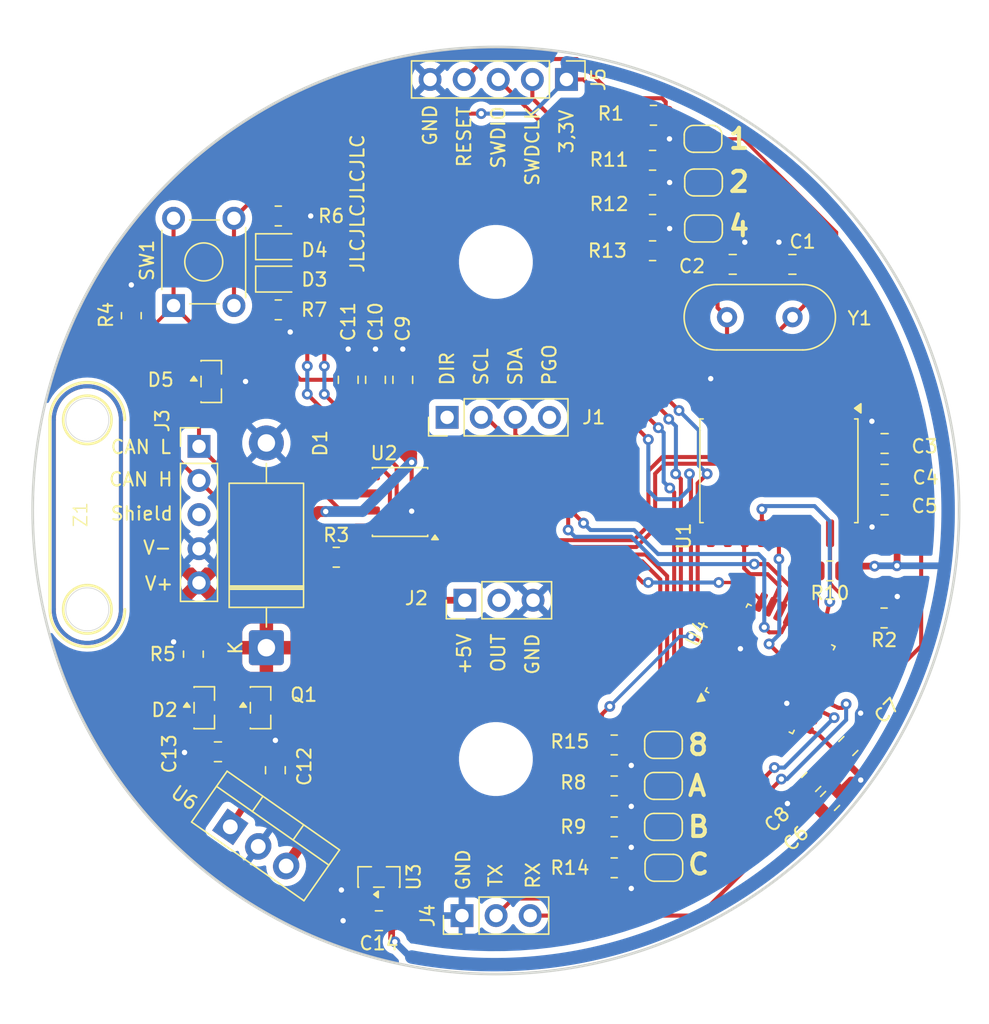
<source format=kicad_pcb>
(kicad_pcb (version 20241229) (generator "pcbnew") (generator_version "9.0")
  (layers (0 "F.Cu" signal) (2 "B.Cu" signal) (13 "F.Paste" user) (15 "B.Paste" user) (5 "F.SilkS" user "F.Silkscreen") (7 "B.SilkS" user "B.Silkscreen") (1 "F.Mask" user) (3 "B.Mask" user) (25 "Edge.Cuts" user))
  (net 0 "")
  (net 1 "MCU_CLK")
  (net 2 "JMP 1")
  (net 3 "JMP 2")
  (net 4 "JMP 3")
  (net 7 "CAN INT")
  (net 8 "SPI SCK")
  (net 9 "SPI MOSI")
  (net 10 "SPI MISO")
  (net 11 "SPI SS")
  (net 12 "RESET")
  (net 14 "Net-(D3-K)")
  (net 15 "+3.3V")
  (net 16 "MCP2515 RESET")
  (net 17 "Net-(U1-OSC1)")
  (net 18 "AUX1")
  (net 19 "AUX2")
  (net 20 "AUX3")
  (net 23 "I2C SDA")
  (net 24 "I2C SCL")
  (net 25 "RS232 RX")
  (net 26 "RS232 TX")
  (net 27 "+5V")
  (net 28 "Net-(U1-OSC2)")
  (net 29 "V-")
  (net 30 "Net-(U1-TXCAN)")
  (net 31 "Net-(U1-RXCAN)")
  (net 32 "CAN L")
  (net 33 "CAN H")
  (net 34 "AS5600 DIR")
  (net 35 "AS5600 PGO")
  (net 36 "AS5600 OUT")
  (net 37 "SW SET RUDER")
  (net 38 "Shield")
  (net 39 "V+")
  (net 40 "Net-(D2-A)")
  (net 42 "+12V")
  (net 43 "Net-(D4-K)")
  (net 47 "SWDCLK")
  (net 48 "SWDIO")
  (net 49 "Net-(D3-A)")
  (net 50 "Net-(D4-A)")
  (net 51 "AUX0")
  (net 52 "~{CAN SILENT MODE}")
  (footprint "Package_TO_SOT_SMD:SOT-23" (layer "F.Cu") (at 41.6052 91.2114)
    (property "Reference" "D2")
    (property "Value" "BZX 84-C4V7")
  )
  (footprint "Capacitor_SMD:C_0805_2012Metric" (layer "F.Cu") (at 56.388 66.802 90)
    (property "Reference" "C9")
    (property "Value" "10uF")
  )
  (footprint "Package_TO_SOT_SMD:SOT-23" (layer "F.Cu") (at 45.7962 91.2114)
    (property "Reference" "Q1")
    (property "Value" "NX2301P")
  )
  (footprint "Package_QFP:TQFP-32_7x7mm_P0.8mm" (layer "F.Cu") (at 83.755269 88.31135 64)
    (property "Reference" "U4")
    (property "Value" "ATSAMD21E17A-A")
  )
  (footprint "Jumper:SolderJumper-2_P1.3mm_Open_RoundedPad1.0x1.5mm" (layer "F.Cu") (at 75.804 93.98 180)
    (property "Reference" "JP4" (hide yes))
    (property "Value" "Jumper_2_Open")
  )
  (footprint "Capacitor_SMD:C_0805_2012Metric" (layer "F.Cu") (at 92.276 76.115 180)
    (property "Reference" "C5")
    (property "Value" "10uF")
  )
  (footprint "Button_Switch_THT:SW_TH_Tactile_Omron_B3F-10xx" (layer "F.Cu") (at 39.315 61.279351 90)
    (property "Reference" "SW1")
    (property "Value" "SW_Omron_B3FS")
  )
  (footprint "Jumper:SolderJumper-2_P1.3mm_Open_RoundedPad1.0x1.5mm" (layer "F.Cu") (at 75.804 97.028 180)
    (property "Reference" "JP5" (hide yes))
    (property "Value" "Jumper_2_Open")
  )
  (footprint "Connector_PinHeader_2.54mm:PinHeader_1x03_P2.54mm_Vertical" (layer "F.Cu") (at 60.797269 106.68 90)
    (property "Reference" "J4")
    (property "Value" "Conn_01x03")
  )
  (footprint "Resistor_SMD:R_0805_2012Metric" (layer "F.Cu") (at 51.435 80.01)
    (property "Reference" "R3")
    (property "Value" "10k")
  )
  (footprint "Connector_PinHeader_2.54mm:PinHeader_1x05_P2.54mm_Vertical" (layer "F.Cu") (at 68.58 44.45 -90)
    (property "Reference" "J5")
    (property "Value" "Conn_01x05")
  )
  (footprint "Capacitor_SMD:C_0805_2012Metric" (layer "F.Cu") (at 89.572249 94.058751 45)
    (property "Reference" "C7")
    (property "Value" "1uF")
  )
  (footprint "Capacitor_SMD:C_0805_2012Metric" (layer "F.Cu") (at 88.212 98.1456 -135)
    (property "Reference" "C6")
    (property "Value" "10uF")
  )
  (footprint "Jumper:SolderJumper-2_P1.3mm_Open_RoundedPad1.0x1.5mm" (layer "F.Cu") (at 78.7504 48.8696 180)
    (property "Reference" "JP1" (hide yes))
    (property "Value" "Jumper_2_Open" (hide yes))
  )
  (footprint "Resistor_SMD:R_0805_2012Metric" (layer "F.Cu") (at 40.7924 87.2236 -90)
    (property "Reference" "R5")
    (property "Value" "10k")
  )
  (footprint "Diode_THT:D_DO-201AE_P15.24mm_Horizontal" (layer "F.Cu") (at 46.228 86.741 90)
    (property "Reference" "D1")
    (property "Value" "1.5KExxA")
  )
  (footprint "Package_SO:SOIC-8_3.9x4.9mm_P1.27mm" (layer "F.Cu") (at 56.1848 75.8952 180)
    (property "Reference" "U2")
    (property "Value" "TJA1051T")
  )
  (footprint "Capacitor_SMD:C_0805_2012Metric" (layer "F.Cu") (at 42.6212 94.488 180)
    (property "Reference" "C13")
    (property "Value" "10uF")
  )
  (footprint "Capacitor_SMD:C_0805_2012Metric" (layer "F.Cu") (at 85.406269 58.21235 180)
    (property "Reference" "C1")
    (property "Value" "22pF")
  )
  (footprint "Jumper:SolderJumper-2_P1.3mm_Open_RoundedPad1.0x1.5mm" (layer "F.Cu") (at 78.787269 52.11635 180)
    (property "Reference" "JP2" (hide yes))
    (property "Value" "Jumper_2_Open" (hide yes))
  )
  (footprint "Capacitor_SMD:C_0805_2012Metric" (layer "F.Cu") (at 54.61 107.061 180)
    (property "Reference" "C14")
    (property "Value" "10uF")
  )
  (footprint "Resistor_SMD:R_0805_2012Metric" (layer "F.Cu") (at 36.1696 62.0268 90)
    (property "Reference" "R4")
    (property "Value" "10k")
  )
  (footprint "Resistor_SMD:R_0805_2012Metric" (layer "F.Cu") (at 74.992269 53.76735)
    (property "Reference" "R12")
    (property "Value" "10k")
  )
  (footprint "Capacitor_SMD:C_0805_2012Metric" (layer "F.Cu") (at 54.356 66.802 90)
    (property "Reference" "C10")
    (property "Value" "1uF")
  )
  (footprint "Capacitor_SMD:C_0805_2012Metric" (layer "F.Cu") (at 92.276 73.829 180)
    (property "Reference" "C4")
    (property "Value" "1uF")
  )
  (footprint "Package_TO_SOT_THT:TO-220-3_Vertical" (layer "F.Cu") (at 43.540593 100.074565 -35)
    (property "Reference" "U6")
    (property "Value" "LM7805_TO220")
  )
  (footprint "Resistor_SMD:R_0805_2012Metric" (layer "F.Cu") (at 72.136 93.98)
    (property "Reference" "R15")
    (property "Value" "10k")
  )
  (footprint "Connector_PinHeader_2.54mm:PinHeader_1x05_P2.54mm_Vertical" (layer "F.Cu") (at 41.210269 71.755)
    (property "Reference" "J3")
    (property "Value" "Conn_01x05")
  )
  (footprint "Capacitor_SMD:C_0805_2012Metric" (layer "F.Cu") (at 80.961269 58.21235)
    (property "Reference" "C2")
    (property "Value" "22pF")
  )
  (footprint "Resistor_SMD:R_0805_2012Metric" (layer "F.Cu") (at 47.117 54.61 180)
    (property "Reference" "R6")
    (property "Value" "200")
  )
  (footprint "Package_TO_SOT_SMD:SOT-23" (layer "F.Cu") (at 54.61 103.80535 90)
    (property "Reference" "U3")
    (property "Value" "MCP1700x-120xxTT")
  )
  (footprint "Resistor_SMD:R_0805_2012Metric" (layer "F.Cu") (at 72.136 100.076)
    (property "Reference" "R9")
    (property "Value" "10k")
  )
  (footprint "Resistor_SMD:R_0805_2012Metric" (layer "F.Cu") (at 72.136 103.124)
    (property "Reference" "R14")
    (property "Value" "10k")
  )
  (footprint "Connector_PinHeader_2.54mm:PinHeader_1x03_P2.54mm_Vertical" (layer "F.Cu") (at 61.0108 83.2104 90)
    (property "Reference" "J2")
    (property "Value" "Conn_01x03")
  )
  (footprint "Jumper:SolderJumper-2_P1.3mm_Open_RoundedPad1.0x1.5mm" (layer "F.Cu") (at 78.787269 55.54535 180)
    (property "Reference" "JP3" (hide yes))
    (property "Value" "Jumper_2_Open" (hide yes))
  )
  (footprint "Crystal:Crystal_HC49-4H_Vertical" (layer "F.Cu") (at 85.418 62.145 180)
    (property "Reference" "Y1")
    (property "Value" "8MHz")
  )
  (footprint "Connector_PinHeader_2.54mm:PinHeader_1x04_P2.54mm_Vertical" (layer "F.Cu") (at 59.69 69.596 90)
    (property "Reference" "J1")
    (property "Value" "Conn_01x04")
  )
  (footprint "Resistor_SMD:R_0805_2012Metric" (layer "F.Cu") (at 88.200269 81.026 180)
    (property "Reference" "R10")
    (property "Value" "10k")
  )
  (footprint "Package_TO_SOT_SMD:SOT-23" (layer "F.Cu") (at 42.1221 66.9296)
    (property "Reference" "D5")
    (property "Value" "PESD1CAN")
  )
  (footprint "LED_SMD:LED_0805_2012Metric" (layer "F.Cu") (at 47.117 59.309)
    (property "Reference" "D3")
    (property "Value" "LED gn")
  )
  (footprint "Resistor_SMD:R_0805_2012Metric" (layer "F.Cu") (at 74.992269 57.19635)
    (property "Reference" "R13")
    (property "Value" "10k")
  )
  (footprint "Capacitor_SMD:C_0805_2012Metric" (layer "F.Cu") (at 92.276 71.543 180)
    (property "Reference" "C3")
    (property "Value" "100pF")
  )
  (footprint "Zugentlastung:Zugentlastung" (layer "F.Cu") (at 32.893 76.835 90)
    (property "Reference" "Z1")
    (property "Value" "~")
    (fp_circle (center 7.05 0) (end 8.65 0) (stroke (width 0.05)) (fill no) (layer "Edge.Cuts"))
    (fp_circle (center -7.05 0) (end -5.45 0) (stroke (width 0.05)) (fill no) (layer "Edge.Cuts"))
  )
  (footprint "Jumper:SolderJumper-2_P1.3mm_Open_RoundedPad1.0x1.5mm" (layer "F.Cu") (at 75.804 100.076 180)
    (property "Reference" "JP6" (hide yes))
    (property "Value" "Jumper_2_Open")
  )
  (footprint "Resistor_SMD:R_0805_2012Metric" (layer "F.Cu") (at 47.117 61.595 180)
    (property "Reference" "R7")
    (property "Value" "200")
  )
  (footprint "Resistor_SMD:R_0805_2012Metric" (layer "F.Cu") (at 92.236969 84.52675 180)
    (property "Reference" "R2")
    (property "Value" "10k")
  )
  (footprint "Capacitor_SMD:C_0805_2012Metric" (layer "F.Cu") (at 46.8996 95.8596 90)
    (property "Reference" "C12")
    (property "Value" "10uF")
  )
  (footprint "Jumper:SolderJumper-2_P1.3mm_Open_RoundedPad1.0x1.5mm" (layer "F.Cu") (at 75.834 103.124 180)
    (property "Reference" "JP7" (hide yes))
    (property "Value" "Jumper_2_Open")
  )
  (footprint "Capacitor_SMD:C_0805_2012Metric" (layer "F.Cu") (at 52.324 66.802 90)
    (property "Reference" "C11")
    (property "Value" "100pF")
  )
  (footprint "Package_SO:SOIC-18W_7.5x11.6mm_P1.27mm" (layer "F.Cu") (at 84.402 73.575 -90)
    (property "Reference" "U1")
    (property "Value" "MCP2515-xSO")
  )
  (footprint "Capacitor_SMD:C_0805_2012Metric" (layer "F.Cu") (at 86.805849 96.734551 -135)
    (property "Reference" "C8")
    (property "Value" "100pF")
  )
  (footprint "LED_SMD:LED_0805_2012Metric" (layer "F.Cu") (at 47.117 56.896)
    (property "Reference" "D4")
    (property "Value" "LED rt")
  )
  (footprint "Resistor_SMD:R_0805_2012Metric" (layer "F.Cu") (at 72.136 97.028)
    (property "Reference" "R8")
    (property "Value" "10k")
  )
  (footprint "MountingHole:MountingHole_5mm" (layer "F.Cu") (at 63.322269 95.02935)
    (property "Reference" "H2" (hide yes))
    (property "Value" "MountingHole")
  )
  (footprint "MountingHole:MountingHole_5mm" (layer "F.Cu") (at 63.322269 58.02935)
    (property "Reference" "H1" (hide yes))
    (property "Value" "MountingHole")
  )
  (footprint "Resistor_SMD:R_0805_2012Metric" (layer "F.Cu") (at 75.057 47.117)
    (property "Reference" "R1")
    (property "Value" "1k")
  )
  (footprint "Resistor_SMD:R_0805_2012Metric" (layer "F.Cu") (at 74.992269 50.46535)
    (property "Reference" "R11")
    (property "Value" "10k")
  )
  (gr_circle (center 63.322269 76.52935) (end 97.822269 76.52935) (stroke (width 0.2)) (fill no) (layer "Edge.Cuts"))
  (gr_text "1" (at 80.518 48.8696 0) (layer "F.SilkS") (effects (font (size 1.5 1.5) (thickness 0.3) (bold yes)) (justify left)))
  (gr_text "Shield" (at 34.544 77.343 0) (layer "F.SilkS") (effects (font (size 1 1)) (justify left bottom)))
  (gr_text "CAN L" (at 34.544 72.39 0) (layer "F.SilkS") (effects (font (size 1 1)) (justify left bottom)))
  (gr_text "V+" (at 37.084 82.55 0) (layer "F.SilkS") (effects (font (size 1 1)) (justify left bottom)))
  (gr_text "DIR" (at 59.69 67.31 90) (layer "F.SilkS") (effects (font (size 1 1)) (justify left)))
  (gr_text "A" (at 77.47 97.028 0) (layer "F.SilkS") (effects (font (size 1.5 1.5) (thickness 0.3) (bold yes)) (justify left)))
  (gr_text "8" (at 77.47 93.98 0) (layer "F.SilkS") (effects (font (size 1.5 1.5) (thickness 0.3) (bold yes)) (justify left)))
  (gr_text "GND" (at 66.04 85.598 90) (layer "F.SilkS") (effects (font (size 1 1)) (justify right)))
  (gr_text "JLCJLCJLCJLC" (at 53.594 58.928 90) (layer "F.SilkS") (effects (font (size 1 1)) (justify left bottom)))
  (gr_text "V-" (at 36.957 79.883 0) (layer "F.SilkS") (effects (font (size 1 1)) (justify left bottom)))
  (gr_text "SWDCLK" (at 66.04 46.355 90) (layer "F.SilkS") (effects (font (size 1 1)) (justify right)))
  (gr_text "RESET" (at 60.96 46.355 90) (layer "F.SilkS") (effects (font (size 1 1)) (justify right)))
  (gr_text "4" (at 80.518 55.372 0) (layer "F.SilkS") (effects (font (size 1.5 1.5) (thickness 0.3) (bold yes)) (justify left)))
  (gr_text "B" (at 77.47 100.076 0) (layer "F.SilkS") (effects (font (size 1.5 1.5) (thickness 0.3) (bold yes)) (justify left)))
  (gr_text "2" (at 80.518 52.07 0) (layer "F.SilkS") (effects (font (size 1.5 1.5) (thickness 0.3) (bold yes)) (justify left)))
  (gr_text "GND" (at 58.42 46.228 90) (layer "F.SilkS") (effects (font (size 1 1)) (justify right)))
  (gr_text "CAN H" (at 34.417 74.803 0) (layer "F.SilkS") (effects (font (size 1 1)) (justify left bottom)))
  (gr_text "+5V" (at 60.96 85.598 90) (layer "F.SilkS") (effects (font (size 1 1)) (justify right)))
  (gr_text "PGO" (at 67.31 67.31 90) (layer "F.SilkS") (effects (font (size 1 1)) (justify left)))
  (gr_text "TX" (at 63.881 104.648 90) (layer "F.SilkS") (effects (font (size 1 1)) (justify left bottom)))
  (gr_text "SDA" (at 64.77 67.31 90) (layer "F.SilkS") (effects (font (size 1 1)) (justify left)))
  (gr_text "SCL" (at 62.23 67.31 90) (layer "F.SilkS") (effects (font (size 1 1)) (justify left)))
  (gr_text "GND" (at 61.468 104.902 90) (layer "F.SilkS") (effects (font (size 1 1)) (justify left bottom)))
  (gr_text "OUT" (at 63.5 85.598 90) (layer "F.SilkS") (effects (font (size 1 1)) (justify right)))
  (gr_text "C" (at 77.47 102.87 0) (layer "F.SilkS") (effects (font (size 1.5 1.5) (thickness 0.3) (bold yes)) (justify left)))
  (gr_text "SWDIO" (at 63.5 46.355 90) (layer "F.SilkS") (effects (font (size 1 1)) (justify right)))
  (gr_text "RX" (at 66.675 104.775 90) (layer "F.SilkS") (effects (font (size 1 1)) (justify left bottom)))
  (gr_text "3,3V" (at 68.58 46.609 90) (layer "F.SilkS") (effects (font (size 1 1)) (justify right)))
  (segment (start 94.996 86.614) (end 92.456 89.154) (width 0.3) (layer "F.Cu") (net 1))
  (segment (start 92.456 89.154) (end 90.17 89.154) (width 0.3) (layer "F.Cu") (net 1))
  (segment (start 90.17 89.154) (end 88.451886 88.376839) (width 0.3) (layer "F.Cu") (net 1))
  (segment (start 91.609 66.463) (end 94.996 69.85) (width 0.3) (layer "F.Cu") (net 1))
  (segment (start 86.942 68.925) (end 86.942 66.971) (width 0.3) (layer "F.Cu") (net 1))
  (segment (start 86.942 66.971) (end 87.45 66.463) (width 0.3) (layer "F.Cu") (net 1))
  (segment (start 87.45 66.463) (end 91.609 66.463) (width 0.3) (layer "F.Cu") (net 1))
  (segment (start 94.996 69.85) (end 94.996 86.614) (width 0.3) (layer "F.Cu") (net 1))
  (segment (start 75.904769 50.46535) (end 78.21427 50.46535) (width 0.25) (layer "F.Cu") (net 2))
  (segment (start 88.6896 55.819208) (end 81.739992 48.8696) (width 0.25) (layer "F.Cu") (net 2))
  (segment (start 81.739992 48.8696) (end 79.4004 48.8696) (width 0.25) (layer "F.Cu") (net 2))
  (segment (start 85.672 68.925) (end 85.672 66.476792) (width 0.25) (layer "F.Cu") (net 2))
  (segment (start 78.21427 50.46535) (end 79.4004 49.27922) (width 0.25) (layer "F.Cu") (net 2))
  (segment (start 79.4004 49.27922) (end 79.4004 48.8696) (width 0.25) (layer "F.Cu") (net 2))
  (segment (start 85.672 66.476792) (end 88.6896 63.459192) (width 0.25) (layer "F.Cu") (net 2))
  (segment (start 88.6896 63.459192) (end 88.6896 55.819208) (width 0.25) (layer "F.Cu") (net 2))
  (segment (start 85.0464 65.2708) (end 86.241596 65.2708) (width 0.25) (layer "F.Cu") (net 3))
  (segment (start 84.402 68.925) (end 84.402 65.9152) (width 0.25) (layer "F.Cu") (net 3))
  (segment (start 86.241596 65.2708) (end 88.2396 63.272796) (width 0.25) (layer "F.Cu") (net 3))
  (segment (start 78.195889 53.76735) (end 79.437269 52.52597) (width 0.25) (layer "F.Cu") (net 3))
  (segment (start 75.904769 53.76735) (end 78.195889 53.76735) (width 0.25) (layer "F.Cu") (net 3))
  (segment (start 84.402 65.9152) (end 85.0464 65.2708) (width 0.25) (layer "F.Cu") (net 3))
  (segment (start 88.2396 63.272796) (end 88.2396 56.005604) (width 0.25) (layer "F.Cu") (net 3))
  (segment (start 79.437269 52.52597) (end 79.437269 52.11635) (width 0.25) (layer "F.Cu") (net 3))
  (segment (start 88.2396 56.005604) (end 84.350346 52.11635) (width 0.25) (layer "F.Cu") (net 3))
  (segment (start 84.350346 52.11635) (end 79.437269 52.11635) (width 0.25) (layer "F.Cu") (net 3))
  (segment (start 84.1248 64.8208) (end 86.0552 64.8208) (width 0.25) (layer "F.Cu") (net 4))
  (segment (start 79.437269 56.43435) (end 79.437269 55.54535) (width 0.25) (layer "F.Cu") (net 4))
  (segment (start 75.904769 57.19635) (end 78.675269 57.19635) (width 0.25) (layer "F.Cu") (net 4))
  (segment (start 83.132 65.8136) (end 84.1248 64.8208) (width 0.25) (layer "F.Cu") (net 4))
  (segment (start 83.132 68.925) (end 83.132 65.8136) (width 0.25) (layer "F.Cu") (net 4))
  (segment (start 87.7824 56.1848) (end 87.14295 55.54535) (width 0.25) (layer "F.Cu") (net 4))
  (segment (start 86.0552 64.8208) (end 87.7824 63.0936) (width 0.25) (layer "F.Cu") (net 4))
  (segment (start 87.14295 55.54535) (end 79.437269 55.54535) (width 0.25) (layer "F.Cu") (net 4))
  (segment (start 78.675269 57.19635) (end 79.437269 56.43435) (width 0.25) (layer "F.Cu") (net 4))
  (segment (start 87.7824 63.0936) (end 87.7824 56.1848) (width 0.25) (layer "F.Cu") (net 4))
  (segment (start 83.820758 83.614733) (end 84.455 82.169) (width 0.3) (layer "F.Cu") (net 7))
  (segment (start 82.251839 81.268) (end 81.8125 80.828661) (width 0.3) (layer "F.Cu") (net 7))
  (segment (start 81.8125 80.828661) (end 81.8125 78.2745) (width 0.3) (layer "F.Cu") (net 7))
  (segment (start 81.8125 78.2745) (end 81.862 78.225) (width 0.3) (layer "F.Cu") (net 7))
  (segment (start 84.455 82.169) (end 83.554 81.268) (width 0.3) (layer "F.Cu") (net 7))
  (segment (start 83.554 81.268) (end 82.251839 81.268) (width 0.3) (layer "F.Cu") (net 7))
  (segment (start 87.415934 85.368218) (end 87.9856 84.1756) (width 0.3) (layer "F.Cu") (net 8))
  (segment (start 87.9856 84.1756) (end 88.1888 83.312) (width 0.3) (layer "F.Cu") (net 8))
  (segment (start 83.132 76.4264) (end 83.132 78.225) (width 0.3) (layer "F.Cu") (net 8))
  (via (at 83.132 76.4264) (size 0.8) (drill 0.4) (layers "F.Cu" "B.Cu") (net 8))
  (via (at 88.1888 83.312) (size 0.8) (drill 0.4) (layers "F.Cu" "B.Cu") (net 8))
  (segment (start 87.05558 76.2) (end 88.1888 77.33322) (width 0.3) (layer "B.Cu") (net 8))
  (segment (start 83.3584 76.2) (end 87.05558 76.2) (width 0.3) (layer "B.Cu") (net 8))
  (segment (start 83.132 76.4264) (end 83.3584 76.2) (width 0.3) (layer "B.Cu") (net 8))
  (segment (start 88.1888 77.33322) (end 88.1888 83.312) (width 0.3) (layer "B.Cu") (net 8))
  (segment (start 84.402 80.137) (end 84.402 78.225) (width 0.3) (layer "F.Cu") (net 9))
  (segment (start 87.63 86.8172) (end 86.9188 87.28335) (width 0.3) (layer "F.Cu") (net 9))
  (segment (start 88.13497 85.718915) (end 87.63 86.8172) (width 0.3) (layer "F.Cu") (net 9))
  (segment (start 84.48935 87.28335) (end 83.6676 86.4616) (width 0.3) (layer "F.Cu") (net 9))
  (segment (start 86.9188 87.28335) (end 84.48935 87.28335) (width 0.3) (layer "F.Cu") (net 9))
  (via (at 84.402 80.137) (size 0.8) (drill 0.4) (layers "F.Cu" "B.Cu") (net 9))
  (via (at 83.6676 86.4616) (size 0.8) (drill 0.4) (layers "F.Cu" "B.Cu") (net 9))
  (segment (start 84.4296 85.7504) (end 83.7184 86.4616) (width 0.3) (layer "B.Cu") (net 9))
  (segment (start 84.4296 80.1646) (end 84.4296 85.7504) (width 0.3) (layer "B.Cu") (net 9))
  (segment (start 84.402 80.137) (end 84.4296 80.1646) (width 0.3) (layer "B.Cu") (net 9))
  (segment (start 85.725 78.278) (end 85.725 81.742217) (width 0.3) (layer "F.Cu") (net 10))
  (segment (start 86.582903 83.385479) (end 85.977864 84.666824) (width 0.3) (layer "F.Cu") (net 10))
  (segment (start 85.672 78.225) (end 85.725 78.278) (width 0.3) (layer "F.Cu") (net 10))
  (segment (start 85.725 81.742217) (end 86.582903 82.60012) (width 0.3) (layer "F.Cu") (net 10))
  (segment (start 86.582903 82.60012) (end 86.582903 83.385479) (width 0.3) (layer "F.Cu") (net 10))
  (segment (start 87.262422 83.85717) (end 87.287769 80.69135) (width 0.25) (layer "F.Cu") (net 11))
  (segment (start 86.995 78.278) (end 86.942 78.225) (width 0.3) (layer "F.Cu") (net 11))
  (segment (start 87.287769 80.69135) (end 87.287769 80.175769) (width 0.3) (layer "F.Cu") (net 11))
  (segment (start 86.696899 85.017521) (end 87.262422 83.85717) (width 0.25) (layer "F.Cu") (net 11))
  (segment (start 86.995 79.883) (end 86.995 78.278) (width 0.3) (layer "F.Cu") (net 11))
  (segment (start 87.287769 80.175769) (end 86.995 79.883) (width 0.3) (layer "F.Cu") (net 11))
  (segment (start 76.962 69.088) (end 74.994027 67.120027) (width 0.3) (layer "F.Cu") (net 12))
  (segment (start 72.263 45.847) (end 75.692 45.847) (width 0.3) (layer "F.Cu") (net 12))
  (segment (start 62.483999 42.926) (end 69.342 42.926) (width 0.3) (layer "F.Cu") (net 12))
  (segment (start 75.9695 46.1245) (end 75.9695 47.117) (width 0.3) (layer "F.Cu") (net 12))
  (segment (start 74.994027 67.120027) (end 74.994027 48.092473) (width 0.3) (layer "F.Cu") (net 12))
  (segment (start 79.0575 73.7999) (end 78.351 74.5064) (width 0.3) (layer "F.Cu") (net 12))
  (segment (start 75.692 45.847) (end 75.9695 46.1245) (width 0.3) (layer "F.Cu") (net 12))
  (segment (start 78.7908 83.6168) (end 80.812137 84.650685) (width 0.3) (layer "F.Cu") (net 12))
  (segment (start 78.351 83.177) (end 78.7908 83.6168) (width 0.3) (layer "F.Cu") (net 12))
  (segment (start 74.994027 48.092473) (end 75.9695 47.117) (width 0.3) (layer "F.Cu") (net 12))
  (segment (start 69.342 42.926) (end 72.263 45.847) (width 0.3) (layer "F.Cu") (net 12))
  (segment (start 60.96 44.449999) (end 62.483999 42.926) (width 0.3) (layer "F.Cu") (net 12))
  (segment (start 78.351 74.5064) (end 78.351 83.177) (width 0.3) (layer "F.Cu") (net 12))
  (via (at 79.0575 73.7999) (size 0.8) (drill 0.4) (layers "F.Cu" "B.Cu") (net 12))
  (via (at 76.962 69.088) (size 0.8) (drill 0.4) (layers "F.Cu" "B.Cu") (net 12))
  (segment (start 78.4352 70.5612) (end 78.4352 73.1776) (width 0.3) (layer "B.Cu") (net 12))
  (segment (start 78.4352 73.1776) (end 79.0575 73.7999) (width 0.3) (layer "B.Cu") (net 12))
  (segment (start 76.962 69.088) (end 78.4352 70.5612) (width 0.3) (layer "B.Cu") (net 12))
  (segment (start 46.1795 59.309) (end 46.1795 61.57) (width 0.3) (layer "F.Cu") (net 14))
  (segment (start 46.1795 61.57) (end 46.2045 61.595) (width 0.3) (layer "F.Cu") (net 14))
  (segment (start 55.56 108.392) (end 55.56 107.061) (width 0.5) (layer "F.Cu") (net 15))
  (segment (start 71.2235 91.6921) (end 71.2235 93.98) (width 0.3) (layer "F.Cu") (net 15))
  (segment (start 90.494904 96.324908) (end 88.900498 94.730502) (width 0.5) (layer "F.Cu") (net 15))
  (segment (start 51.604351 46.99) (end 43.815 54.779351) (width 0.3) (layer "F.Cu") (net 15))
  (segment (start 79.83869 86.846148) (end 79.632548 86.846148) (width 0.25) (layer "F.Cu") (net 15))
  (segment (start 74.079769 50.46535) (end 74.079769 53.76735) (width 0.3) (layer "F.Cu") (net 15))
  (segment (start 80.772 88.1888) (end 80.8736 87.3252) (width 0.3) (layer "F.Cu") (net 15))
  (segment (start 74.079769 47.181731) (end 74.1445 47.117) (width 0.3) (layer "F.Cu") (net 15))
  (segment (start 90.494904 96.590904) (end 89.766696 96.590904) (width 0.5) (layer "F.Cu") (net 15))
  (segment (start 88.883751 97.541249) (end 87.359751 96.017249) (width 0.5) (layer "F.Cu") (net 15))
  (segment (start 62.23 46.99) (end 51.604351 46.99) (width 0.3) (layer "F.Cu") (net 15))
  (segment (start 91.5265 80.6704) (end 89.133719 80.6704) (width 0.5) (layer "F.Cu") (net 15))
  (segment (start 80.8736 87.3252) (end 79.760046 86.80779) (width 0.3) (layer "F.Cu") (net 15))
  (segment (start 80.772 88.1888) (end 79.409349 87.526825) (width 0.3) (layer "F.Cu") (net 15))
  (segment (start 74.079769 50.46535) (end 74.079769 47.181731) (width 0.3) (layer "F.Cu") (net 15))
  (segment (start 85.2932 92.1512) (end 84.4804 91.7448) (width 0.3) (layer "F.Cu") (net 15))
  (segment (start 89.482 80.322119) (end 89.112769 80.69135) (width 0.25) (layer "F.Cu") (net 15))
  (segment (start 55.798872 108.630872) (end 55.56 108.392) (width 0.5) (layer "F.Cu") (net 15))
  (segment (start 90.494904 96.590904) (end 90.494904 96.324908) (width 0.5) (layer "F.Cu") (net 15))
  (segment (start 87.613751 96.017249) (end 88.900498 94.730502) (width 0.5) (layer "F.Cu") (net 15))
  (segment (start 69.85 44.45) (end 68.58 44.45) (width 0.3) (layer "F.Cu") (net 15))
  (segment (start 43.815 61.279351) (end 43.815 54.779351) (width 0.3) (layer "F.Cu") (net 15))
  (segment (start 93.226 71.543) (end 93.226 73.829) (width 0.5) (layer "F.Cu") (net 15))
  (segment (start 71.2235 103.124) (end 71.2235 100.076) (width 0.3) (layer "F.Cu") (net 15))
  (segment (start 87.4268 93.2688) (end 86.347704 92.691051) (width 0.3) (layer "F.Cu") (net 15))
  (segment (start 74.1445 47.117) (end 72.517 47.117) (width 0.3) (layer "F.Cu") (net 15))
  (segment (start 70.4215 45.0215) (end 69.85 44.45) (width 0.3) (layer "F.Cu") (net 15))
  (segment (start 74.079769 53.76735) (end 74.079769 57.19635) (width 0.3) (layer "F.Cu") (net 15))
  (segment (start 88.900498 94.730502) (end 87.4268 93.2688) (width 0.3) (layer "F.Cu") (net 15))
  (segment (start 83.5152 89.5096) (end 80.772 88.1888) (width 0.3) (layer "F.Cu") (net 15))
  (segment (start 72.517 47.117) (end 70.4215 45.0215) (width 0.3) (layer "F.Cu") (net 15))
  (segment (start 93.203141 76.137859) (end 93.203141 80.503141) (width 0.5) (layer "F.Cu") (net 15))
  (segment (start 89.766696 96.590904) (end 88.883751 97.473849) (width 0.5) (layer "F.Cu") (net 15))
  (segment (start 93.226 76.115) (end 93.226 73.829) (width 0.5) (layer "F.Cu") (net 15))
  (segment (start 89.133719 80.6704) (end 89.112769 80.69135) (width 0.5) (layer "F.Cu") (net 15))
  (segment (start 84.4804 91.7448) (end 83.5152 89.5096) (width 0.3) (layer "F.Cu") (net 15))
  (segment (start 79.88012 86.86816) (end 77.90468 85.95344) (width 0.25) (layer "F.Cu") (net 15))
  (segment (start 71.8058 91.1098) (end 71.2235 91.6921) (width 0.3) (layer "F.Cu") (net 15))
  (segment (start 71.2235 97.028) (end 71.2235 93.98) (width 0.3) (layer "F.Cu") (net 15))
  (segment (start 55.56 104.74285) (end 55.56 107.061) (width 0.5) (layer "F.Cu") (net 15))
  (segment (start 71.2235 100.076) (end 71.2235 97.028) (width 0.3) (layer "F.Cu") (net 15))
  (segment (start 89.482 78.225) (end 89.482 80.322119) (width 0.25) (layer "F.Cu") (net 15))
  (segment (start 86.347704 92.691051) (end 85.2932 92.1512) (width 0.3) (layer "F.Cu") (net 15))
  (via (at 91.5265 80.6704) (size 0.8) (drill 0.4) (layers "F.Cu" "B.Cu") (net 15))
  (via (at 62.23 46.99) (size 0.8) (drill 0.4) (layers "F.Cu" "B.Cu") (net 15))
  (via (at 71.8058 91.1098) (size 0.8) (drill 0.4) (layers "F.Cu" "B.Cu") (net 15))
  (via (at 90.494904 96.590904) (size 0.8) (drill 0.4) (layers "F.Cu" "B.Cu") (net 15))
  (via (at 55.798872 108.630872) (size 0.8) (drill 0.4) (layers "F.Cu" "B.Cu") (net 15))
  (via (at 77.851 85.9028) (size 0.8) (drill 0.4) (layers "F.Cu" "B.Cu") (net 15))
  (via (at 93.1911 80.645) (size 0.8) (drill 0.4) (layers "F.Cu" "B.Cu") (net 15))
  (segment (start 66.04 46.99) (end 68.58 44.45) (width 0.3) (layer "B.Cu") (net 15))
  (segment (start 55.798872 108.630872) (end 56.904306 109.736306) (width 0.5) (layer "B.Cu") (net 15))
  (segment (start 77.0128 85.9028) (end 71.8058 91.1098) (width 0.25) (layer "B.Cu") (net 15))
  (segment (start 77.851 85.9028) (end 77.0128 85.9028) (width 0.25) (layer "B.Cu") (net 15))
  (segment (start 68.58 44.45) (end 68.58 43.112151) (width 0.8) (layer "B.Cu") (net 15))
  (segment (start 93.1911 80.645) (end 96.684597 80.645) (width 0.5) (layer "B.Cu") (net 15))
  (segment (start 91.5519 80.645) (end 91.5265 80.6704) (width 0.5) (layer "B.Cu") (net 15))
  (segment (start 93.345 80.645) (end 93.1911 80.645) (width 0.5) (layer "B.Cu") (net 15))
  (segment (start 62.23 46.99) (end 66.04 46.99) (width 0.3) (layer "B.Cu") (net 15))
  (segment (start 93.1911 80.645) (end 91.5519 80.645) (width 0.5) (layer "B.Cu") (net 15))
  (arc (start 68.637091 43.214916) (mid 96.502573 82.347162) (end 57.053141 109.761763) (width 1) (layer "B.Cu") (net 15))
  (segment (start 89.089269 82.85035) (end 88.327269 82.08835) (width 0.25) (layer "F.Cu") (net 16))
  (segment (start 88.212 81.973081) (end 88.327269 82.08835) (width 0.3) (layer "F.Cu") (net 16))
  (segment (start 88.802583 87.657804) (end 91.324469 84.52675) (width 0.3) (layer "F.Cu") (net 16))
  (segment (start 91.324469 83.43455) (end 90.740269 82.85035) (width 0.25) (layer "F.Cu") (net 16))
  (segment (start 90.740269 82.85035) (end 89.089269 82.85035) (width 0.25) (layer "F.Cu") (net 16))
  (segment (start 88.212 78.225) (end 88.212 81.973081) (width 0.3) (layer "F.Cu") (net 16))
  (segment (start 91.324469 84.52675) (end 91.324469 83.43455) (width 0.25) (layer "F.Cu") (net 16))
  (segment (start 79.83 61.437) (end 79.83 58.393619) (width 0.3) (layer "F.Cu") (net 17))
  (segment (start 79.83 58.393619) (end 80.011269 58.21235) (width 0.3) (layer "F.Cu") (net 17))
  (segment (start 80.538 62.145) (end 80.538 68.871) (width 0.3) (layer "F.Cu") (net 17))
  (segment (start 80.538 62.145) (end 79.83 61.437) (width 0.3) (layer "F.Cu") (net 17))
  (segment (start 80.538 68.871) (end 80.592 68.925) (width 0.3) (layer "F.Cu") (net 17))
  (segment (start 73.0485 97.028) (end 74.5725 95.504) (width 0.3) (layer "F.Cu") (net 18))
  (segment (start 76.454 96.52) (end 76.454 97.028) (width 0.3) (layer "F.Cu") (net 18))
  (segment (start 81.571031 92.114169) (end 77.724 95.9612) (width 0.25) (layer "F.Cu") (net 18))
  (segment (start 75.438 95.504) (end 76.454 96.52) (width 0.3) (layer "F.Cu") (net 18))
  (segment (start 74.5725 95.504) (end 75.438 95.504) (width 0.3) (layer "F.Cu") (net 18))
  (segment (start 77.724 96.52) (end 77.216 97.028) (width 0.25) (layer "F.Cu") (net 18))
  (segment (start 77.216 97.028) (end 76.454 97.028) (width 0.25) (layer "F.Cu") (net 18))
  (segment (start 77.724 95.9612) (end 77.724 96.52) (width 0.25) (layer "F.Cu") (net 18))
  (segment (start 77.216 100.076) (end 76.454 100.076) (width 0.25) (layer "F.Cu") (net 19))
  (segment (start 78.232 99.06) (end 77.216 100.076) (width 0.25) (layer "F.Cu") (net 19))
  (segment (start 76.454 99.568) (end 76.454 100.076) (width 0.3) (layer "F.Cu") (net 19))
  (segment (start 82.290067 92.512733) (end 78.232 96.5708) (width 0.25) (layer "F.Cu") (net 19))
  (segment (start 78.232 96.5708) (end 78.232 99.06) (width 0.25) (layer "F.Cu") (net 19))
  (segment (start 73.0485 100.076) (end 74.5725 98.552) (width 0.3) (layer "F.Cu") (net 19))
  (segment (start 74.5725 98.552) (end 75.438 98.552) (width 0.3) (layer "F.Cu") (net 19))
  (segment (start 75.438 98.552) (end 76.454 99.568) (width 0.3) (layer "F.Cu") (net 19))
  (segment (start 74.5725 101.6) (end 75.692 101.6) (width 0.3) (layer "F.Cu") (net 20))
  (segment (start 73.0485 103.124) (end 74.5725 101.6) (width 0.3) (layer "F.Cu") (net 20))
  (segment (start 78.74 97.0788) (end 78.74 102.362) (width 0.25) (layer "F.Cu") (net 20))
  (segment (start 83.009102 92.809698) (end 78.74 97.0788) (width 0.25) (layer "F.Cu") (net 20))
  (segment (start 78.74 102.362) (end 77.978 103.124) (width 0.25) (layer "F.Cu") (net 20))
  (segment (start 77.978 103.124) (end 76.484 103.124) (width 0.25) (layer "F.Cu") (net 20))
  (segment (start 75.692 101.6) (end 76.484 102.392) (width 0.3) (layer "F.Cu") (net 20))
  (segment (start 76.484 102.392) (end 76.484 103.124) (width 0.3) (layer "F.Cu") (net 20))
  (segment (start 68.072 72.009) (end 69.207 73.144) (width 0.3) (layer "F.Cu") (net 23))
  (segment (start 64.77 70.866) (end 65.913 72.009) (width 0.3) (layer "F.Cu") (net 23))
  (segment (start 69.207 73.144) (end 69.207 76.827) (width 0.3) (layer "F.Cu") (net 23))
  (segment (start 64.77 69.596) (end 64.77 70.866) (width 0.3) (layer "F.Cu") (net 23))
  (segment (start 84.582 85.598) (end 83.693 85.598) (width 0.3) (layer "F.Cu") (net 23))
  (segment (start 85.258829 84.316127) (end 84.582 85.598) (width 0.3) (layer "F.Cu") (net 23))
  (segment (start 65.913 72.009) (end 68.072 72.009) (width 0.3) (layer "F.Cu") (net 23))
  (segment (start 69.207 76.827) (end 69.85 77.47) (width 0.3) (layer "F.Cu") (net 23))
  (segment (start 83.693 85.598) (end 83.312 85.217) (width 0.3) (layer "F.Cu") (net 23))
  (via (at 83.312 85.217) (size 0.8) (drill 0.4) (layers "F.Cu" "B.Cu") (net 23))
  (via (at 69.85 77.47) (size 0.8) (drill 0.4) (layers "F.Cu" "B.Cu") (net 23))
  (segment (start 73.613106 77.986) (end 75.395106 79.768) (width 0.3) (layer "B.Cu") (net 23))
  (segment (start 70.366 77.986) (end 73.613106 77.986) (width 0.3) (layer "B.Cu") (net 23))
  (segment (start 82.873161 79.768) (end 83.312 80.206839) (width 0.3) (layer "B.Cu") (net 23))
  (segment (start 83.312 80.206839) (end 83.312 85.217) (width 0.3) (layer "B.Cu") (net 23))
  (segment (start 75.395106 79.768) (end 82.873161 79.768) (width 0.3) (layer "B.Cu") (net 23))
  (segment (start 69.85 77.47) (end 70.366 77.986) (width 0.3) (layer "B.Cu") (net 23))
  (segment (start 68.707 73.406) (end 68.707 77.978) (width 0.3) (layer "F.Cu") (net 24))
  (segment (start 67.818 72.517) (end 68.707 73.406) (width 0.3) (layer "F.Cu") (net 24))
  (segment (start 62.23 69.596) (end 62.611 69.596) (width 0.3) (layer "F.Cu") (net 24))
  (segment (start 85.344 82.296) (end 84.539794 83.96543) (width 0.3) (layer "F.Cu") (net 24))
  (segment (start 82.5625 80.518) (end 83.566 80.518) (width 0.3) (layer "F.Cu") (net 24))
  (segment (start 65.532 72.517) (end 67.818 72.517) (width 0.3) (layer "F.Cu") (net 24))
  (segment (start 62.611 69.596) (end 65.532 72.517) (width 0.3) (layer "F.Cu") (net 24))
  (segment (start 83.566 80.518) (end 85.344 82.296) (width 0.3) (layer "F.Cu") (net 24))
  (via (at 68.707 77.978) (size 0.8) (drill 0.4) (layers "F.Cu" "B.Cu") (net 24))
  (via (at 82.5625 80.518) (size 0.8) (drill 0.4) (layers "F.Cu" "B.Cu") (net 24))
  (segment (start 69.215 78.486) (end 73.406 78.486) (width 0.3) (layer "B.Cu") (net 24))
  (segment (start 68.707 77.978) (end 69.215 78.486) (width 0.3) (layer "B.Cu") (net 24))
  (segment (start 75.438 80.518) (end 82.5625 80.518) (width 0.3) (layer "B.Cu") (net 24))
  (segment (start 73.406 78.486) (end 75.438 80.518) (width 0.3) (layer "B.Cu") (net 24))
  (segment (start 78.486 106.68) (end 83.947 101.219) (width 0.3) (layer "F.Cu") (net 25))
  (segment (start 83.947 97.155) (end 84.582 96.52) (width 0.3) (layer "F.Cu") (net 25))
  (segment (start 83.947 101.219) (end 83.947 97.155) (width 0.3) (layer "F.Cu") (net 25))
  (segment (start 65.877269 106.68) (end 78.486 106.68) (width 0.3) (layer "F.Cu") (net 25))
  (segment (start 89.119651 91.220349) (end 89.408 90.932) (width 0.3) (layer "F.Cu") (net 25))
  (segment (start 88.846331 91.220349) (end 89.119651 91.220349) (width 0.3) (layer "F.Cu") (net 25))
  (segment (start 87.399795 90.533945) (end 88.846331 91.220349) (width 0.3) (layer "F.Cu") (net 25))
  (via (at 89.408 90.932) (size 0.8) (drill 0.4) (layers "F.Cu" "B.Cu") (net 25))
  (via (at 84.582 96.52) (size 0.8) (drill 0.4) (layers "F.Cu" "B.Cu") (net 25))
  (segment (start 85.007661 96.52) (end 89.408 92.119661) (width 0.3) (layer "B.Cu") (net 25))
  (segment (start 84.582 96.52) (end 85.007661 96.52) (width 0.3) (layer "B.Cu") (net 25))
  (segment (start 89.408 92.119661) (end 89.408 90.932) (width 0.3) (layer "B.Cu") (net 25))
  (segment (start 83.446 96.284693) (end 84.06776 95.662933) (width 0.3) (layer "F.Cu") (net 26))
  (segment (start 63.337269 106.68) (end 64.607269 105.41) (width 0.3) (layer "F.Cu") (net 26))
  (segment (start 83.446 99.688) (end 83.446 96.284693) (width 0.3) (layer "F.Cu") (net 26))
  (segment (start 88.519 91.948) (end 87.049098 91.25298) (width 0.3) (layer "F.Cu") (net 26))
  (segment (start 77.724 105.41) (end 83.446 99.688) (width 0.3) (layer "F.Cu") (net 26))
  (segment (start 64.607269 105.41) (end 77.724 105.41) (width 0.3) (layer "F.Cu") (net 26))
  (via (at 88.519 91.948) (size 0.8) (drill 0.4) (layers "F.Cu" "B.Cu") (net 26))
  (via (at 84.06776 95.662933) (size 0.8) (drill 0.4) (layers "F.Cu" "B.Cu") (net 26))
  (segment (start 84.06776 95.662933) (end 84.804067 95.662933) (width 0.3) (layer "B.Cu") (net 26))
  (segment (start 84.804067 95.662933) (end 88.519 91.948) (width 0.3) (layer "B.Cu") (net 26))
  (segment (start 49.7698 88.519) (end 49.7698 83.5518) (width 0.8) (layer "F.Cu") (net 27))
  (segment (start 57.0484 72.9488) (end 57.0484 72.2884) (width 0.8) (layer "F.Cu") (net 27))
  (segment (start 47.942827 80.01) (end 47.9044 78.79694) (width 0.8) (layer "F.Cu") (net 27))
  (segment (start 48.4871 94.2721) (end 48.4236 98.6536) (width 0.8) (layer "F.Cu") (net 27))
  (segment (start 56.642 68.006) (end 56.388 67.752) (width 0.8) (layer "F.Cu") (net 27))
  (segment (start 56.642 71.882) (end 56.642 68.006) (width 0.8) (layer "F.Cu") (net 27))
  (segment (start 50.1112 83.2104) (end 61.0108 83.2104) (width 0.5) (layer "F.Cu") (net 27))
  (segment (start 50.5225 80.01) (end 47.942827 80.01) (width 0.25) (layer "F.Cu") (net 27))
  (segment (start 47.9044 78.79694) (end 50.09494 76.6064) (width 0.8) (layer "F.Cu") (net 27))
  (segment (start 57.0484 75.126181) (end 57.182419 75.2602) (width 0.3) (layer "F.Cu") (net 27))
  (segment (start 50.8366 100.3046) (end 54.61 102.86785) (width 0.5) (layer "F.Cu") (net 27))
  (segment (start 47.942827 81.724827) (end 47.942827 80.01) (width 0.8) (layer "F.Cu") (net 27))
  (segment (start 57.0484 72.9488) (end 57.0484 75.126181) (width 0.3) (layer "F.Cu") (net 27))
  (segment (start 48.4236 98.6536) (end 49.9864 99.7084) (width 0.8) (layer "F.Cu") (net 27))
  (segment (start 47.701885 102.988333) (end 49.9864 99.7084) (width 0.8) (layer "F.Cu") (net 27))
  (segment (start 48.450325 96.8096) (end 46.899599 96.8096) (width 0.5) (layer "F.Cu") (net 27))
  (segment (start 57.0484 72.2884) (end 56.642 71.882) (width 0.8) (layer "F.Cu") (net 27))
  (segment (start 57.182419 75.2602) (end 58.6598 75.2602) (width 0.3) (layer "F.Cu") (net 27))
  (segment (start 49.7698 83.5518) (end 50.1112 83.2104) (width 0.5) (layer "F.Cu") (net 27))
  (segment (start 48.4744 90.2462) (end 48.4744 89.8144) (width 0.8) (layer "F.Cu") (net 27))
  (segment (start 49.7698 83.5518) (end 47.942827 81.724827) (width 0.8) (layer "F.Cu") (net 27))
  (segment (start 49.9864 99.7084) (end 50.8366 100.3046) (width 0.5) (layer "F.Cu") (net 27))
  (segment (start 48.4744 90.2462) (end 48.4871 94.2721) (width 0.8) (layer "F.Cu") (net 27))
  (segment (start 56.388 67.752) (end 54.356 67.752) (width 0.8) (layer "F.Cu") (net 27))
  (segment (start 48.4744 89.8144) (end 49.7698 88.519) (width 0.8) (layer "F.Cu") (net 27))
  (segment (start 57.0215 75.2602) (end 57.182419 75.2602) (width 0.3) (layer "F.Cu") (net 27))
  (segment (start 50.09494 76.6064) (end 50.6476 76.6064) (width 0.8) (layer "F.Cu") (net 27))
  (segment (start 54.356 67.752) (end 52.324 67.752) (width 0.8) (layer "F.Cu") (net 27))
  (via (at 50.6476 76.6064) (size 0.8) (drill 0.4) (layers "F.Cu" "B.Cu") (net 27))
  (via (at 57.0484 72.9488) (size 0.8) (drill 0.4) (layers "F.Cu" "B.Cu") (net 27))
  (segment (start 53.3908 76.6064) (end 57.0484 72.9488) (width 0.8) (layer "B.Cu") (net 27))
  (segment (start 50.6476 76.6064) (end 53.3908 76.6064) (width 0.8) (layer "B.Cu") (net 27))
  (segment (start 86.302 58.266619) (end 86.302 61.261) (width 0.3) (layer "F.Cu") (net 28))
  (segment (start 85.418 62.145) (end 81.862 65.701) (width 0.3) (layer "F.Cu") (net 28))
  (segment (start 86.356269 58.21235) (end 86.302 58.266619) (width 0.3) (layer "F.Cu") (net 28))
  (segment (start 81.862 65.701) (end 81.862 68.925) (width 0.3) (layer "F.Cu") (net 28))
  (segment (start 86.302 61.261) (end 85.418 62.145) (width 0.3) (layer "F.Cu") (net 28))
  (segment (start 91.326 71.543) (end 91.326 69.889043) (width 0.5) (layer "F.Cu") (net 29))
  (segment (start 46.899601 93.637101) (end 46.8996 93.6371) (width 0.5) (layer "F.Cu") (net 29))
  (segment (start 91.326 73.829) (end 91.326 76.115) (width 0.5) (layer "F.Cu") (net 29))
  (segment (start 39.3192 86.3092) (end 39.3211 86.3111) (width 0.5) (layer "F.Cu") (net 29))
  (segment (start 81.3816 86.6648) (end 80.110743 86.088755) (width 0.3) (layer "F.Cu") (net 29))
  (segment (start 78.0496 48.8696) (end 78.1004 48.8188) (width 0.2) (layer "F.Cu") (net 29))
  (segment (start 79.322 66.717) (end 79.322 68.925) (width 0.5) (layer "F.Cu") (net 29))
  (segment (start 73.63 95.504) (end 75.154 93.98) (width 0.3) (layer "F.Cu") (net 29))
  (segment (start 73.406 104.66) (end 73.648 104.66) (width 0.3) (layer "F.Cu") (net 29))
  (segment (start 85.037 98.34) (end 86.016249 97.360751) (width 0.5) (layer "F.Cu") (net 29))
  (segment (start 85.639721 91.44) (end 84.9884 90.8812) (width 0.3) (layer "F.Cu") (net 29))
  (segment (start 81.534 86.8172) (end 81.3816 86.6648) (width 0.3) (layer "F.Cu") (net 29))
  (segment (start 73.63 101.6) (end 75.154 100.076) (width 0.3) (layer "F.Cu") (net 29))
  (segment (start 39.3211 86.3111) (end 40.7924 86.3111) (width 0.5) (layer "F.Cu") (net 29))
  (segment (start 91.326 77.743897) (end 91.338529 77.756426) (width 0.8) (layer "F.Cu") (net 29))
  (segment (start 54.356 64.516) (end 54.356 65.852) (width 0.5) (layer "F.Cu") (net 29))
  (segment (start 91.326 76.115) (end 91.326 77.743897) (width 0.5) (layer "F.Cu") (net 29))
  (segment (start 48.006 63.246) (end 48.0295 63.2225) (width 0.3) (layer "F.Cu") (net 29))
  (segment (start 73.406 95.504) (end 73.63 95.504) (width 0.3) (layer "F.Cu") (net 29))
  (segment (start 73.63 98.552) (end 75.154 97.028) (width 0.3) (layer "F.Cu") (net 29))
  (segment (start 86.134098 97.406302) (end 86.134098 97.4786) (width 0.5) (layer "F.Cu") (net 29))
  (segment (start 36.1696 59.7408) (end 36.1696 61.1143) (width 0.3) (layer "F.Cu") (net 29))
  (segment (start 93.149469 82.999531) (end 93.149469 84.52675) (width 0.5) (layer "F.Cu") (net 29))
  (segment (start 52.324 64.516) (end 52.324 65.852) (width 0.5) (layer "F.Cu") (net 29))
  (segment (start 81.862 56.56135) (end 81.862 57.573) (width 0.3) (layer "F.Cu") (net 29))
  (segment (start 90.486269 91.61335) (end 90.486269 93.144731) (width 0.5) (layer "F.Cu") (net 29))
  (segment (start 76.262269 55.54535) (end 78.137269 55.54535) (width 0.2) (layer "F.Cu") (net 29))
  (segment (start 40.132 94.5388) (end 40.1828 94.488) (width 0.5) (layer "F.Cu") (net 29))
  (segment (start 56.388 64.516) (end 56.388 65.852) (width 0.5) (layer "F.Cu") (net 29))
  (segment (start 51.816 104.775) (end 53.34 104.775) (width 0.5) (layer "F.Cu") (net 29))
  (segment (start 40.1828 94.488) (end 41.6712 94.488) (width 0.5) (layer "F.Cu") (net 29))
  (segment (start 86.134098 97.4786) (end 87.540249 98.884751) (width 0.5) (layer "F.Cu") (net 29))
  (segment (start 58.609 76.581) (end 58.6598 76.5302) (width 0.3) (layer "F.Cu") (net 29))
  (segment (start 46.899601 94.9096) (end 46.899601 93.637101) (width 0.5) (layer "F.Cu") (net 29))
  (segment (start 57.0484 76.581) (end 58.609 76.581) (width 0.3) (layer "F.Cu") (net 29))
  (segment (start 53.66 105.095) (end 53.66 107.061) (width 0.5) (layer "F.Cu") (net 29))
  (segment (start 91.326 71.543) (end 91.326 73.829) (width 0.5) (layer "F.Cu") (net 29))
  (segment (start 44.6746 66.9296) (end 44.6771 66.9271) (width 0.3) (layer "F.Cu") (net 29))
  (segment (start 76.262269 52.11635) (end 78.137269 52.11635) (width 0.2) (layer "F.Cu") (net 29))
  (segment (start 86.698401 91.972015) (end 85.639721 91.44) (width 0.3) (layer "F.Cu") (net 29))
  (segment (start 90.486269 93.144731) (end 90.244 93.387) (width 0.5) (layer "F.Cu") (net 29))
  (segment (start 93.218 82.931) (end 93.149469 82.999531) (width 0.5) (layer "F.Cu") (net 29))
  (segment (start 49.53 54.61) (end 48.0295 54.61) (width 0.3) (layer "F.Cu") (net 29))
  (segment (start 76.2508 48.8696) (end 78.0496 48.8696) (width 0.2) (layer "F.Cu") (net 29))
  (segment (start 48.0295 63.2225) (end 48.0295 61.595) (width 0.3) (layer "F.Cu") (net 29))
  (segment (start 51.943 107.061) (end 53.66 107.061) (width 0.5) (layer "F.Cu") (net 29))
  (segment (start 73.406 101.6) (end 73.63 101.6) (width 0.3) (layer "F.Cu") (net 29))
  (segment (start 43.0596 66.9296) (end 44.6746 66.9296) (width 0.3) (layer "F.Cu") (net 29))
  (segment (start 73.406 98.552) (end 73.63 98.552) (width 0.3) (layer "F.Cu") (net 29))
  (segment (start 73.648 104.66) (end 75.184 103.124) (width 0.3) (layer "F.Cu") (net 29))
  (segment (start 84.402 57.573) (end 84.402 56.56135) (width 0.3) (layer "F.Cu") (net 29))
  (via (at 81.534 86.8172) (size 0.8) (drill 0.4) (layers "F.Cu" "B.Cu") (net 29))
  (via (at 79.322 66.717) (size 0.8) (drill 0.4) (layers "F.Cu" "B.Cu") (net 29))
  (via (at 46.8996 93.6371) (size 0.8) (drill 0.4) (layers "F.Cu" "B.Cu") (net 29))
  (via (at 73.406 95.504) (size 0.8) (drill 0.4) (layers "F.Cu" "B.Cu") (net 29))
  (via (at 85.037 98.34) (size 0.8) (drill 0.4) (layers "F.Cu" "B.Cu") (net 29))
  (via (at 91.338529 77.756426) (size 0.8) (drill 0.4) (layers "F.Cu" "B.Cu") (net 29))
  (via (at 76.2508 48.8696) (size 0.8) (drill 0.4) (layers "F.Cu" "B.Cu") (net 29))
  (via (at 73.406 98.552) (size 0.8) (drill 0.4) (layers "F.Cu" "B.Cu") (net 29))
  (via (at 44.6771 66.9271) (size 0.8) (drill 0.4) (layers "F.Cu" "B.Cu") (net 29))
  (via (at 48.006 63.246) (size 0.8) (drill 0.4) (layers "F.Cu" "B.Cu") (net 29))
  (via (at 39.3192 86.3092) (size 0.8) (drill 0.4) (layers "F.Cu" "B.Cu") (net 29))
  (via (at 52.324 64.516) (size 0.8) (drill 0.4) (layers "F.Cu" "B.Cu") (net 29))
  (via (at 73.406 104.66) (size 0.8) (drill 0.4) (layers "F.Cu" "B.Cu") (net 29))
  (via (at 90.486269 91.61335) (size 0.8) (drill 0.4) (layers "F.Cu" "B.Cu") (net 29))
  (via (at 76.262269 52.11635) (size 0.8) (drill 0.4) (layers "F.Cu" "B.Cu") (net 29))
  (via (at 54.356 64.516) (size 0.8) (drill 0.4) (layers "F.Cu" "B.Cu") (net 29))
  (via (at 57.0484 76.581) (size 0.8) (drill 0.4) (layers "F.Cu" "B.Cu") (net 29))
  (via (at 49.53 54.61) (size 0.8) (drill 0.4) (layers "F.Cu" "B.Cu") (net 29))
  (via (at 51.943 107.061) (size 0.8) (drill 0.4) (layers "F.Cu" "B.Cu") (net 29))
  (via (at 84.9884 90.8812) (size 0.8) (drill 0.4) (layers "F.Cu" "B.Cu") (net 29))
  (via (at 51.816 104.775) (size 0.8) (drill 0.4) (layers "F.Cu" "B.Cu") (net 29))
  (via (at 93.218 82.931) (size 0.8) (drill 0.4) (layers "F.Cu" "B.Cu") (net 29))
  (via (at 91.326 69.889043) (size 0.8) (drill 0.4) (layers "F.Cu" "B.Cu") (net 29))
  (via (at 36.1696 59.7408) (size 0.8) (drill 0.4) (layers "F.Cu" "B.Cu") (net 29))
  (via (at 84.402 56.56135) (size 0.8) (drill 0.4) (layers "F.Cu" "B.Cu") (net 29))
  (via (at 81.862 56.56135) (size 0.8) (drill 0.4) (layers "F.Cu" "B.Cu") (net 29))
  (via (at 40.132 94.5388) (size 0.8) (drill 0.4) (layers "F.Cu" "B.Cu") (net 29))
  (via (at 76.262269 55.54535) (size 0.8) (drill 0.4) (layers "F.Cu" "B.Cu") (net 29))
  (via (at 73.406 101.6) (size 0.8) (drill 0.4) (layers "F.Cu" "B.Cu") (net 29))
  (via (at 56.388 64.516) (size 0.8) (drill 0.4) (layers "F.Cu" "B.Cu") (net 29))
  (segment (start 87.3396 73.0504) (end 75.9206 73.0504) (width 0.3) (layer "F.Cu") (net 30))
  (segment (start 75.9206 73.0504) (end 75.184 73.787) (width 0.3) (layer "F.Cu") (net 30))
  (segment (start 75.184 77.851) (end 73.787 79.248) (width 0.3) (layer "F.Cu") (net 30))
  (segment (start 89.482 70.908) (end 87.3396 73.0504) (width 0.3) (layer "F.Cu") (net 30))
  (segment (start 89.482 68.925) (end 89.482 70.908) (width 0.3) (layer "F.Cu") (net 30))
  (segment (start 60.1076 79.248) (end 58.6598 77.8002) (width 0.3) (layer "F.Cu") (net 30))
  (segment (start 73.787 79.248) (end 60.1076 79.248) (width 0.3) (layer "F.Cu") (net 30))
  (segment (start 75.184 73.787) (end 75.184 77.851) (width 0.3) (layer "F.Cu") (net 30))
  (segment (start 60.2488 74.3204) (end 59.9186 73.9902) (width 0.3) (layer "F.Cu") (net 31))
  (segment (start 74.684 77.643894) (end 73.587894 78.74) (width 0.3) (layer "F.Cu") (net 31))
  (segment (start 74.684 73.579894) (end 74.684 77.643894) (width 0.3) (layer "F.Cu") (net 31))
  (segment (start 88.212 68.925) (end 88.212 70.781) (width 0.3) (layer "F.Cu") (net 31))
  (segment (start 59.9186 73.9902) (end 58.6598 73.9902) (width 0.3) (layer "F.Cu") (net 31))
  (segment (start 60.2488 78.1304) (end 60.2488 74.3204) (width 0.3) (layer "F.Cu") (net 31))
  (segment (start 88.212 70.781) (end 86.4426 72.5504) (width 0.3) (layer "F.Cu") (net 31))
  (segment (start 73.587894 78.74) (end 60.8584 78.74) (width 0.3) (layer "F.Cu") (net 31))
  (segment (start 86.4426 72.5504) (end 75.713494 72.5504) (width 0.3) (layer "F.Cu") (net 31))
  (segment (start 60.8584 78.74) (end 60.2488 78.1304) (width 0.3) (layer "F.Cu") (net 31))
  (segment (start 75.713494 72.5504) (end 74.684 73.579894) (width 0.3) (layer "F.Cu") (net 31))
  (segment (start 44.385269 74.93) (end 41.210269 71.755) (width 0.3) (layer "F.Cu") (net 32))
  (segment (start 53.7098 75.2602) (end 51.493432 75.2602) (width 0.3) (layer "F.Cu") (net 32))
  (segment (start 51.493432 75.2602) (end 51.163232 74.93) (width 0.3) (layer "F.Cu") (net 32))
  (segment (start 41.210269 67.905269) (end 41.1846 67.8796) (width 0.3) (layer "F.Cu") (net 32))
  (segment (start 51.163232 74.93) (end 44.385269 74.93) (width 0.3) (layer "F.Cu") (net 32))
  (segment (start 41.210269 71.755) (end 41.210269 67.905269) (width 0.3) (layer "F.Cu") (net 32))
  (segment (start 40.2271 65.9796) (end 39.5971 66.6096) (width 0.3) (layer "F.Cu") (net 33))
  (segment (start 50.673282 75.43) (end 42.345269 75.43) (width 0.3) (layer "F.Cu") (net 33))
  (segment (start 42.345269 75.43) (end 41.210269 74.295) (width 0.3) (layer "F.Cu") (net 33))
  (segment (start 41.1846 65.9796) (end 40.2271 65.9796) (width 0.3) (layer "F.Cu") (net 33))
  (segment (start 53.7098 76.5302) (end 51.773482 76.5302) (width 0.3) (layer "F.Cu") (net 33))
  (segment (start 39.5971 66.6096) (end 39.5971 72.681831) (width 0.3) (layer "F.Cu") (net 33))
  (segment (start 51.773482 76.5302) (end 50.673282 75.43) (width 0.3) (layer "F.Cu") (net 33))
  (segment (start 39.5971 72.681831) (end 41.210269 74.295) (width 0.3) (layer "F.Cu") (net 33))
  (segment (start 41.027649 62.992) (end 39.315 61.279351) (width 0.3) (layer "F.Cu") (net 37))
  (segment (start 37.655051 62.9393) (end 39.315 61.279351) (width 0.25) (layer "F.Cu") (net 37))
  (segment (start 77.851 83.82) (end 78.486 84.455) (width 0.25) (layer "F.Cu") (net 37))
  (segment (start 46.863 64.8735) (end 44.9815 62.992) (width 0.3) (layer "F.Cu") (net 37))
  (segment (start 36.1696 62.9393) (end 37.655051 62.9393) (width 0.25) (layer "F.Cu") (net 37))
  (segment (start 44.9815 62.992) (end 41.027649 62.992) (width 0.3) (layer "F.Cu") (net 37))
  (segment (start 39.315 61.279351) (end 39.315 54.779351) (width 0.3) (layer "F.Cu") (net 37))
  (segment (start 77.851 73.911698) (end 77.851 83.82) (width 0.3) (layer "F.Cu") (net 37))
  (segment (start 70.231 66.802) (end 48.768 66.802) (width 0.3) (layer "F.Cu") (net 37))
  (segment (start 48.768 66.802) (end 46.863 64.897) (width 0.3) (layer "F.Cu") (net 37))
  (segment (start 80.46144 85.36972) (end 78.486 84.455) (width 0.25) (layer "F.Cu") (net 37))
  (segment (start 77.739202 73.7999) (end 77.851 73.911698) (width 0.3) (layer "F.Cu") (net 37))
  (segment (start 74.676 71.247) (end 70.231 66.802) (width 0.3) (layer "F.Cu") (net 37))
  (segment (start 46.863 64.897) (end 46.863 64.8735) (width 0.3) (layer "F.Cu") (net 37))
  (via (at 74.676 71.247) (size 0.8) (drill 0.4) (layers "F.Cu" "B.Cu") (net 37))
  (via (at 77.739202 73.7999) (size 0.8) (drill 0.4) (layers "F.Cu" "B.Cu") (net 37))
  (segment (start 77.739202 74.914798) (end 76.962 75.692) (width 0.3) (layer "B.Cu") (net 37))
  (segment (start 77.739202 73.7999) (end 77.739202 74.914798) (width 0.3) (layer "B.Cu") (net 37))
  (segment (start 77.7102 73.770898) (end 77.739202 73.7999) (width 0.25) (layer "B.Cu") (net 37))
  (segment (start 76.962 75.692) (end 75.311 75.692) (width 0.3) (layer "B.Cu") (net 37))
  (segment (start 75.311 75.692) (end 74.676 75.057) (width 0.3) (layer "B.Cu") (net 37))
  (segment (start 74.676 75.057) (end 74.676 71.247) (width 0.3) (layer "B.Cu") (net 37))
  (segment (start 46.228 88.8492) (end 46.6852 89.3064) (width 0.5) (layer "F.Cu") (net 39))
  (segment (start 45.466 86.741) (end 46.228 86.741) (width 0.5) (layer "F.Cu") (net 39))
  (segment (start 46.6852 89.3064) (end 46.7614 89.3826) (width 0.5) (layer "F.Cu") (net 39))
  (segment (start 46.228 86.741) (end 46.228 88.8492) (width 0.5) (layer "F.Cu") (net 39))
  (segment (start 46.7614 89.3826) (end 46.7614 91.1837) (width 0.5) (layer "F.Cu") (net 39))
  (segment (start 40.7924 88.1361) (end 40.7924 90.1367) (width 0.5) (layer "F.Cu") (net 40))
  (segment (start 40.6677 90.2614) (end 44.8587 90.2614) (width 0.5) (layer "F.Cu") (net 40))
  (segment (start 40.7924 90.1367) (end 40.6677 90.2614) (width 0.5) (layer "F.Cu") (net 40))
  (segment (start 40.7162 90.2129) (end 40.6677 90.2614) (width 0.5) (layer "F.Cu") (net 40))
  (segment (start 43.1038 91.2114) (end 44.069 92.1766) (width 0.5) (layer "F.Cu") (net 42))
  (segment (start 42.5427 91.2114) (end 43.1038 91.2114) (width 0.5) (layer "F.Cu") (net 42))
  (segment (start 44.8587 92.1614) (end 44.8587 94.488) (width 0.5) (layer "F.Cu") (net 42))
  (segment (start 43.5712 94.488) (end 44.8587 94.488) (width 0.5) (layer "F.Cu") (net 42))
  (segment (start 44.069 92.1766) (end 44.8435 92.1766) (width 0.5) (layer "F.Cu") (net 42))
  (segment (start 44.704 98.298) (end 43.540593 100.074565) (width 0.5) (layer "F.Cu") (net 42))
  (segment (start 44.8435 92.1766) (end 44.8587 92.1614) (width 0.5) (layer "F.Cu") (net 42))
  (segment (start 44.8587 94.488) (end 44.704 98.298) (width 0.5) (layer "F.Cu") (net 42))
  (segment (start 46.2045 56.871) (end 46.1795 56.896) (width 0.3) (layer "F.Cu") (net 43))
  (segment (start 46.2045 54.61) (end 46.2045 56.871) (width 0.3) (layer "F.Cu") (net 43))
  (segment (start 72.898 66.294) (end 76.193777 69.589777) (width 0.3) (layer "F.Cu") (net 47))
  (segment (start 72.898 52.705) (end 72.898 66.294) (width 0.3) (layer "F.Cu") (net 47))
  (segment (start 77.9272 87.63) (end 79.058652 88.245861) (width 0.3) (layer "F.Cu") (net 47))
  (segment (start 77.376 87.0788) (end 77.9272 87.63) (width 0.3) (layer "F.Cu") (net 47))
  (segment (start 66.04 44.45) (end 66.04 45.847) (width 0.3) (layer "F.Cu") (net 47))
  (segment (start 77.101 86.8038) (end 77.376 87.0788) (width 0.3) (layer "F.Cu") (net 47))
  (segment (start 76.708 73.7999) (end 77.101 74.1929) (width 0.3) (layer "F.Cu") (net 47))
  (segment (start 66.04 45.847) (end 72.898 52.705) (width 0.3) (layer "F.Cu") (net 47))
  (segment (start 77.101 74.1929) (end 77.101 86.8038) (width 0.3) (layer "F.Cu") (net 47))
  (segment (start 76.193777 69.589777) (end 76.193777 69.728186) (width 0.3) (layer "F.Cu") (net 47))
  (via (at 76.708 73.7999) (size 0.8) (drill 0.4) (layers "F.Cu" "B.Cu") (net 47))
  (via (at 76.193777 69.728186) (size 0.8) (drill 0.4) (layers "F.Cu" "B.Cu") (net 47))
  (segment (start 76.205186 69.728186) (end 76.729977 70.252977) (width 0.3) (layer "B.Cu") (net 47))
  (segment (start 76.729977 70.252977) (end 76.729977 73.777923) (width 0.3) (layer "B.Cu") (net 47))
  (segment (start 76.729977 73.777923) (end 76.708 73.7999) (width 0.3) (layer "B.Cu") (net 47))
  (segment (start 76.193777 69.728186) (end 76.205186 69.728186) (width 0.3) (layer "B.Cu") (net 47))
  (segment (start 72.263 53.213) (end 72.263 67.205818) (width 0.3) (layer "F.Cu") (net 48))
  (segment (start 72.263 67.205818) (end 75.425554 70.368372) (width 0.3) (layer "F.Cu") (net 48))
  (segment (start 76.601 87.4214) (end 77.6224 88.4428) (width 0.3) (layer "F.Cu") (net 48))
  (segment (start 76.601 75.185446) (end 76.601 87.4214) (width 0.3) (layer "F.Cu") (net 48))
  (segment (start 77.6224 88.4428) (end 78.707955 88.964896) (width 0.3) (layer "F.Cu") (net 48))
  (segment (start 63.5 44.45) (end 72.263 53.213) (width 0.3) (layer "F.Cu") (net 48))
  (segment (start 76.272777 74.857223) (end 76.601 75.185446) (width 0.3) (layer "F.Cu") (net 48))
  (via (at 75.425554 70.368372) (size 0.8) (drill 0.4) (layers "F.Cu" "B.Cu") (net 48))
  (via (at 76.272777 74.857223) (size 0.8) (drill 0.4) (layers "F.Cu" "B.Cu") (net 48))
  (segment (start 75.819 74.403446) (end 76.272777 74.857223) (width 0.3) (layer "B.Cu") (net 48))
  (segment (start 75.425554 70.368372) (end 75.448372 70.368372) (width 0.3) (layer "B.Cu") (net 48))
  (segment (start 75.819 70.739) (end 75.819 74.403446) (width 0.3) (layer "B.Cu") (net 48))
  (segment (start 75.448372 70.368372) (end 75.819 70.739) (width 0.3) (layer "B.Cu") (net 48))
  (segment (start 74.2188 80.3148) (end 75.565 81.661) (width 0.3) (layer "F.Cu") (net 49))
  (segment (start 80.132961 91.520239) (end 79.7052 91.948) (width 0.25) (layer "F.Cu") (net 49))
  (segment (start 48.895 59.309) (end 48.0545 59.309) (width 0.3) (layer "F.Cu") (net 49))
  (segment (start 55.4298 74.0226) (end 55.4298 78.659505) (width 0.3) (layer "F.Cu") (net 49))
  (segment (start 49.276 65.786) (end 49.276 59.69) (width 0.3) (layer "F.Cu") (net 49))
  (segment (start 49.276 67.8688) (end 55.4298 74.0226) (width 0.3) (layer "F.Cu") (net 49))
  (segment (start 49.276 59.69) (end 48.895 59.309) (width 0.3) (layer "F.Cu") (net 49))
  (segment (start 78.359 91.948) (end 79.7052 91.948) (width 0.3) (layer "F.Cu") (net 49))
  (segment (start 75.565 89.154) (end 78.359 91.948) (width 0.3) (layer "F.Cu") (net 49))
  (segment (start 57.085095 80.3148) (end 74.2188 80.3148) (width 0.3) (layer "F.Cu") (net 49))
  (segment (start 55.4298 78.659505) (end 57.085095 80.3148) (width 0.3) (layer "F.Cu") (net 49))
  (segment (start 75.565 81.661) (end 75.565 89.154) (width 0.3) (layer "F.Cu") (net 49))
  (via (at 49.276 65.786) (size 0.8) (drill 0.4) (layers "F.Cu" "B.Cu") (net 49))
  (via (at 49.276 67.8688) (size 0.8) (drill 0.4) (layers "F.Cu" "B.Cu") (net 49))
  (segment (start 49.276 67.8688) (end 49.276 65.786) (width 0.3) (layer "B.Cu") (net 49))
  (segment (start 79.375568 90.903785) (end 79.354092 90.882309) (width 0.25) (layer "F.Cu") (net 50))
  (segment (start 78.232 90.932) (end 79.347353 90.932) (width 0.3) (layer "F.Cu") (net 50))
  (segment (start 50.546 57.277) (end 50.165 56.896) (width 0.3) (layer "F.Cu") (net 50))
  (segment (start 76.073 81.407) (end 76.073 88.773) (width 0.3) (layer "F.Cu") (net 50))
  (segment (start 50.546 65.786) (end 50.546 57.277) (width 0.3) (layer "F.Cu") (net 50))
  (segment (start 55.9308 73.2536) (end 55.9308 78.2828) (width 0.3) (layer "F.Cu") (net 50))
  (segment (start 76.073 88.773) (end 78.232 90.932) (width 0.3) (layer "F.Cu") (net 50))
  (segment (start 57.4548 79.8068) (end 74.4728 79.8068) (width 0.3) (layer "F.Cu") (net 50))
  (segment (start 74.4728 79.8068) (end 76.073 81.407) (width 0.3) (layer "F.Cu") (net 50))
  (segment (start 79.347353 90.932) (end 79.375568 90.903785) (width 0.25) (layer "F.Cu") (net 50))
  (segment (start 55.9308 78.2828) (end 57.4548 79.8068) (width 0.3) (layer "F.Cu") (net 50))
  (segment (start 50.546 67.8688) (end 55.9308 73.2536) (width 0.3) (layer "F.Cu") (net 50))
  (segment (start 50.165 56.896) (end 48.0545 56.896) (width 0.3) (layer "F.Cu") (net 50))
  (via (at 50.546 65.786) (size 0.8) (drill 0.4) (layers "F.Cu" "B.Cu") (net 50))
  (via (at 50.546 67.8688) (size 0.8) (drill 0.4) (layers "F.Cu" "B.Cu") (net 50))
  (segment (start 50.546 67.8688) (end 50.546 65.786) (width 0.3) (layer "B.Cu") (net 50))
  (segment (start 80.851996 91.817204) (end 78.6892 93.98) (width 0.25) (layer "F.Cu") (net 51))
  (segment (start 78.6892 93.98) (end 76.454 93.98) (width 0.25) (layer "F.Cu") (net 51))
  (segment (start 76.454 93.218) (end 76.454 93.98) (width 0.3) (layer "F.Cu") (net 51))
  (segment (start 73.0485 93.5755) (end 74.422 92.202) (width 0.3) (layer "F.Cu") (net 51))
  (segment (start 74.422 92.202) (end 75.438 92.202) (width 0.3) (layer "F.Cu") (net 51))
  (segment (start 75.438 92.202) (end 76.454 93.218) (width 0.3) (layer "F.Cu") (net 51))
  (segment (start 73.0485 93.98) (end 73.0485 93.5755) (width 0.3) (layer "F.Cu") (net 51))
  (segment (start 74.2696 81.8896) (end 73.5584 81.1784) (width 0.3) (layer "F.Cu") (net 52))
  (segment (start 73.5584 81.1784) (end 55.7784 81.1784) (width 0.3) (layer "F.Cu") (net 52))
  (segment (start 53.721 79.248) (end 53.721 79.121) (width 0.25) (layer "F.Cu") (net 52))
  (segment (start 52.959 80.01) (end 53.721 79.248) (width 0.25) (layer "F.Cu") (net 52))
  (segment (start 53.721 79.121) (end 53.721 77.8114) (width 0.3) (layer "F.Cu") (net 52))
  (segment (start 55.7784 81.1784) (end 53.721 79.121) (width 0.3) (layer "F.Cu") (net 52))
  (segment (start 81.727287 81.8896) (end 79.9196 81.8896) (width 0.25) (layer "F.Cu") (net 52))
  (segment (start 83.101723 83.264036) (end 81.727287 81.8896) (width 0.25) (layer "F.Cu") (net 52))
  (segment (start 52.3475 80.01) (end 52.959 80.01) (width 0.25) (layer "F.Cu") (net 52))
  (segment (start 53.721 77.8114) (end 53.7098 77.8002) (width 0.3) (layer "F.Cu") (net 52))
  (segment (start 74.676 81.8896) (end 74.2696 81.8896) (width 0.3) (layer "F.Cu") (net 52))
  (via (at 79.9196 81.8896) (size 0.8) (drill 0.4) (layers "F.Cu" "B.Cu") (net 52))
  (via (at 74.676 81.8896) (size 0.8) (drill 0.4) (layers "F.Cu" "B.Cu") (net 52))
  (segment (start 74.676 81.8896) (end 79.9196 81.8896) (width 0.3) (layer "B.Cu") (net 52))
  (zone (net 39) (net_name "V+") (layer "F.Cu") (name "+5V") (priority 2) (connect_pads (clearance 0)) (min_thickness 0.25) (fill yes (thermal_gap 0.5) (thermal_bridge_width 1))
    (polygon (pts (xy 39.116 80.772) (xy 42.7736 80.772) (xy 49.1744 84.0232) (xy 49.1236 88.2904) (xy 48.26 89.1032) (xy 42.7228 89.1032) (xy 42.164 88.4428) (xy 42.164 85.5472) (xy 41.656 85.09) (xy 39.624 85.09) (xy 39.116 84.2264) (xy 39.116 81.9404)))
  )
  (zone (net 27) (net_name "+5V") (layer "F.Cu") (priority 1) (connect_pads yes (clearance 0.5)) (min_thickness 0.25) (fill yes (thermal_gap 0.5) (thermal_bridge_width 0.5))
    (polygon (pts (xy 51.562 67.564) (xy 51.562 68.326) (xy 56.642 73.152) (xy 57.404 73.152) (xy 57.404 67.564)))
  )
  (zone (net 29) (net_name "V-") (layer "B.Cu") (connect_pads (clearance 0.5)) (min_thickness 0.25) (fill yes (thermal_gap 0.5) (thermal_bridge_width 0.5))
    (polygon (pts (xy 87.602821 49.456864) (xy 75.410821 42.344864) (xy 52.550821 38.534864) (xy 33.754821 50.980864) (xy 26.388821 68.760864) (xy 27.912821 90.096864) (xy 40.866821 106.606864) (xy 60.170821 114.734864) (xy 82.522821 109.146864) (xy 96.492821 95.430864) (xy 100.048821 75.364864) (xy 95.222821 58.092864)))
  )
)
</source>
